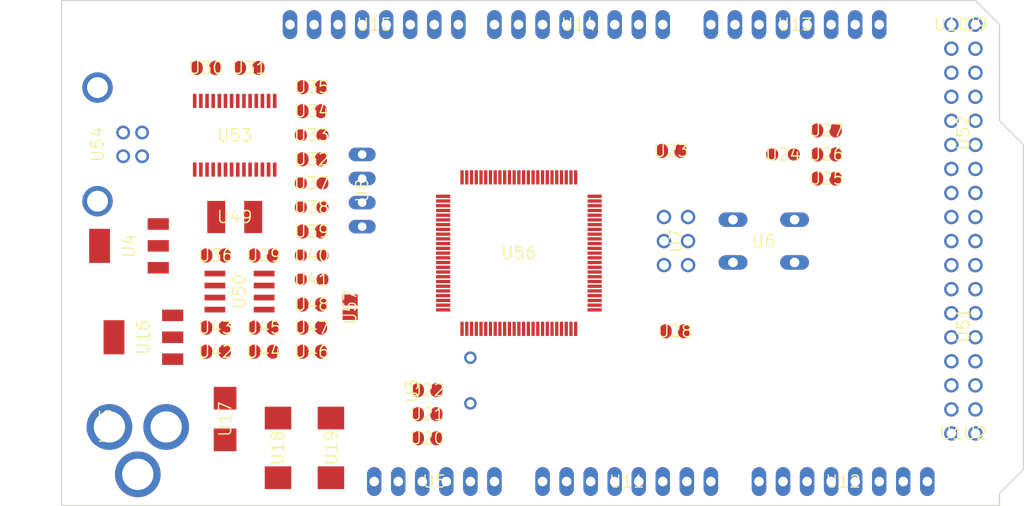
<source format=kicad_pcb>
(kicad_pcb (version 20221018) (generator pcbnew)
  (layers (0 "F.Cu" signal "Top") (31 "B.Cu" signal "Bottom") (34 "B.Paste" user) (35 "F.Paste" user) (36 "B.SilkS" user "B.Silkscreen") (37 "F.SilkS" user "F.Silkscreen") (38 "B.Mask" user) (39 "F.Mask" user) (44 "Edge.Cuts" user))
  (net 0 "")
  (net 1 "+5V")
  (net 2 "GND")
  (net 3 "N$6")
  (net 4 "N$7")
  (net 5 "AREF")
  (net 6 "RESET")
  (net 7 "VIN")
  (net 8 "N$3")
  (net 9 "PWRIN")
  (net 10 "M8RXD")
  (net 11 "M8TXD")
  (net 12 "ADC0")
  (net 13 "ADC2")
  (net 14 "ADC1")
  (net 15 "ADC3")
  (net 16 "ADC4")
  (net 17 "ADC5")
  (net 18 "ADC6")
  (net 19 "ADC7")
  (net 20 "+3V3")
  (net 21 "SDA")
  (net 22 "SCL")
  (net 23 "ADC9")
  (net 24 "ADC8")
  (net 25 "ADC10")
  (net 26 "ADC11")
  (net 27 "ADC12")
  (net 28 "ADC13")
  (net 29 "ADC14")
  (net 30 "ADC15")
  (net 31 "PB3")
  (net 32 "PB2")
  (net 33 "PB1")
  (net 34 "PB5")
  (net 35 "PB4")
  (net 36 "PE5")
  (net 37 "PE4")
  (net 38 "PE3")
  (net 39 "PE1")
  (net 40 "PE0")
  (net 41 "N$15")
  (net 42 "N$53")
  (net 43 "N$54")
  (net 44 "N$55")
  (net 45 "D-")
  (net 46 "D+")
  (net 47 "N$60")
  (net 48 "DTR")
  (net 49 "USBVCC")
  (net 50 "N$2")
  (net 51 "N$4")
  (net 52 "GATE_CMD")
  (net 53 "CMP")
  (net 54 "PB6")
  (net 55 "PH3")
  (net 56 "PH4")
  (net 57 "PH5")
  (net 58 "PH6")
  (net 59 "PG5")
  (net 60 "RXD1")
  (net 61 "TXD1")
  (net 62 "RXD2")
  (net 63 "RXD3")
  (net 64 "TXD2")
  (net 65 "TXD3")
  (net 66 "PC0")
  (net 67 "PC1")
  (net 68 "PC2")
  (net 69 "PC3")
  (net 70 "PC4")
  (net 71 "PC5")
  (net 72 "PC6")
  (net 73 "PC7")
  (net 74 "PB0")
  (net 75 "PG0")
  (net 76 "PG1")
  (net 77 "PG2")
  (net 78 "PD7")
  (net 79 "PA0")
  (net 80 "PA1")
  (net 81 "PA2")
  (net 82 "PA3")
  (net 83 "PA4")
  (net 84 "PA5")
  (net 85 "PA6")
  (net 86 "PA7")
  (net 87 "PL0")
  (net 88 "PL1")
  (net 89 "PL2")
  (net 90 "PL3")
  (net 91 "PL4")
  (net 92 "PL5")
  (net 93 "PL6")
  (net 94 "PL7")
  (net 95 "PB7")
  (net 96 "CTS")
  (net 97 "DSR")
  (net 98 "DCD")
  (net 99 "RI")
  (footprint "Arduino_MEGA_Reference_Design:2X03" (layer "F.Cu") (at 162.5981 103.7336 -90)
    (fp_text reference "U7")
    (fp_text value "")
  )
  (footprint "Arduino_MEGA_Reference_Design:1X08" (layer "F.Cu") (at 152.3111 80.8736 180)
    (fp_text reference "U14")
    (fp_text value "")
  )
  (footprint "Arduino_MEGA_Reference_Design:1X08" (layer "F.Cu") (at 130.7211 80.8736 180)
    (fp_text reference "U15")
    (fp_text value "")
  )
  (footprint "Arduino_MEGA_Reference_Design:SMC_D" (layer "F.Cu") (at 120.5611 125.5776 -90)
    (fp_text reference "U18")
    (fp_text value "")
  )
  (footprint "Arduino_MEGA_Reference_Design:SMC_D" (layer "F.Cu") (at 126.1491 125.5776 -90)
    (fp_text reference "U19")
    (fp_text value "")
  )
  (footprint "Arduino_MEGA_Reference_Design:B3F-10XX" (layer "F.Cu") (at 171.8691 103.7336 180)
    (fp_text reference "U6")
    (fp_text value "")
  )
  (footprint "Arduino_MEGA_Reference_Design:0805RND" (layer "F.Cu") (at 173.9011 94.5896 180)
    (fp_text reference "U24")
    (fp_text value "")
  )
  (footprint "Arduino_MEGA_Reference_Design:SMB" (layer "F.Cu") (at 114.9731 122.5296 -90)
    (fp_text reference "U17")
    (fp_text value "")
  )
  (footprint "Arduino_MEGA_Reference_Design:DC-21MM" (layer "F.Cu") (at 103.0351 123.2916 90)
    (fp_text reference "U55")
    (fp_text value "")
  )
  (footprint "Arduino_MEGA_Reference_Design:HC49_S" (layer "F.Cu") (at 140.8811 118.4656 90)
    (fp_text reference "U3")
    (fp_text value "")
  )
  (footprint "Arduino_MEGA_Reference_Design:SOT223" (layer "F.Cu") (at 106.3371 113.8936 90)
    (fp_text reference "U16")
    (fp_text value "")
  )
  (footprint "Arduino_MEGA_Reference_Design:1X06" (layer "F.Cu") (at 137.0711 129.1336)
    (fp_text reference "U5")
    (fp_text value "")
  )
  (footprint "Arduino_MEGA_Reference_Design:C0805RND" (layer "F.Cu") (at 124.1171 87.4776)
    (fp_text reference "U35")
    (fp_text value "")
  )
  (footprint "Arduino_MEGA_Reference_Design:C0805RND" (layer "F.Cu") (at 162.4711 113.2586)
    (fp_text reference "U28")
    (fp_text value "")
  )
  (footprint "Arduino_MEGA_Reference_Design:C0805RND" (layer "F.Cu") (at 136.3091 122.0216)
    (fp_text reference "U21")
    (fp_text value "")
  )
  (footprint "Arduino_MEGA_Reference_Design:C0805RND" (layer "F.Cu") (at 136.3091 119.4816)
    (fp_text reference "U22")
    (fp_text value "")
  )
  (footprint "Arduino_MEGA_Reference_Design:C0805RND" (layer "F.Cu") (at 113.9571 112.8776)
    (fp_text reference "U43")
    (fp_text value "")
  )
  (footprint "Arduino_MEGA_Reference_Design:RCL_0805RND" (layer "F.Cu") (at 124.1171 105.2576)
    (fp_text reference "U40")
    (fp_text value "")
  )
  (footprint "Arduino_MEGA_Reference_Design:RCL_0805RND" (layer "F.Cu") (at 124.1171 107.7976)
    (fp_text reference "U41")
    (fp_text value "")
  )
  (footprint "Arduino_MEGA_Reference_Design:1X08" (layer "F.Cu") (at 157.3911 129.1336)
    (fp_text reference "U11")
    (fp_text value "")
  )
  (footprint "Arduino_MEGA_Reference_Design:1X08" (layer "F.Cu") (at 175.1711 80.8736 180)
    (fp_text reference "U13")
    (fp_text value "")
  )
  (footprint "Arduino_MEGA_Reference_Design:R0805RND" (layer "F.Cu") (at 178.4731 94.5896 180)
    (fp_text reference "U26")
    (fp_text value "")
  )
  (footprint "Arduino_MEGA_Reference_Design:R0805RND" (layer "F.Cu") (at 178.4731 92.0496 180)
    (fp_text reference "U27")
    (fp_text value "")
  )
  (footprint "Arduino_MEGA_Reference_Design:TQFP100" (layer "F.Cu") (at 146.0012664794922 105.00352478027344 0)
    (fp_text reference "U56")
    (fp_text value "")
  )
  (footprint "Arduino_MEGA_Reference_Design:C0805RND" (layer "F.Cu") (at 162.0901 94.2086 180)
    (fp_text reference "U23")
    (fp_text value "")
  )
  (footprint "Arduino_MEGA_Reference_Design:C0805RND" (layer "F.Cu") (at 136.3091 124.5616)
    (fp_text reference "U20")
    (fp_text value "")
  )
  (footprint "Arduino_MEGA_Reference_Design:1X08" (layer "F.Cu") (at 180.2511 129.1336)
    (fp_text reference "U12")
    (fp_text value "")
  )
  (footprint "Arduino_MEGA_Reference_Design:R0805RND" (layer "F.Cu") (at 124.1171 112.8776)
    (fp_text reference "U47")
    (fp_text value "")
  )
  (footprint "Arduino_MEGA_Reference_Design:C0805RND" (layer "F.Cu") (at 124.1171 115.4176)
    (fp_text reference "U46")
    (fp_text value "")
  )
  (footprint "Arduino_MEGA_Reference_Design:C0805RND" (layer "F.Cu") (at 113.9571 105.2576)
    (fp_text reference "U36")
    (fp_text value "")
  )
  (footprint "Arduino_MEGA_Reference_Design:C0805RND" (layer "F.Cu") (at 112.9411 85.4456)
    (fp_text reference "U30")
    (fp_text value "")
  )
  (footprint "Arduino_MEGA_Reference_Design:0805RND" (layer "F.Cu") (at 124.1171 100.1776 180)
    (fp_text reference "U38")
    (fp_text value "")
  )
  (footprint "Arduino_MEGA_Reference_Design:0805RND" (layer "F.Cu") (at 124.1171 97.6376 180)
    (fp_text reference "U37")
    (fp_text value "")
  )
  (footprint "Arduino_MEGA_Reference_Design:R0805RND" (layer "F.Cu") (at 124.1171 95.0976)
    (fp_text reference "U32")
    (fp_text value "")
  )
  (footprint "Arduino_MEGA_Reference_Design:R0805RND" (layer "F.Cu") (at 124.1171 102.7176)
    (fp_text reference "U39")
    (fp_text value "")
  )
  (footprint "Arduino_MEGA_Reference_Design:SSOP28" (layer "F.Cu") (at 115.9891 92.5576)
    (fp_text reference "U53")
    (fp_text value "")
  )
  (footprint "Arduino_MEGA_Reference_Design:PN61729" (layer "F.Cu") (at 98.9584 93.5228 -90)
    (fp_text reference "U54")
    (fp_text value "")
  )
  (footprint "Arduino_MEGA_Reference_Design:L1812" (layer "F.Cu") (at 115.9891 101.1936)
    (fp_text reference "U49")
    (fp_text value "")
  )
  (footprint "Arduino_MEGA_Reference_Design:C0805RND" (layer "F.Cu") (at 117.5131 85.4456)
    (fp_text reference "U31")
    (fp_text value "")
  )
  (footprint "Arduino_MEGA_Reference_Design:0805RND" (layer "F.Cu") (at 124.1171 92.5576 180)
    (fp_text reference "U33")
    (fp_text value "")
  )
  (footprint "Arduino_MEGA_Reference_Design:R0805RND" (layer "F.Cu") (at 124.1171 90.0176 180)
    (fp_text reference "U34")
    (fp_text value "")
  )
  (footprint "Arduino_MEGA_Reference_Design:C0805RND" (layer "F.Cu") (at 124.1171 110.4392 180)
    (fp_text reference "U48")
    (fp_text value "")
  )
  (footprint "Arduino_MEGA_Reference_Design:SOT223" (layer "F.Cu") (at 104.8131 104.2416 90)
    (fp_text reference "U4")
    (fp_text value "")
  )
  (footprint "Arduino_MEGA_Reference_Design:SO08" (layer "F.Cu") (at 116.4971 109.0676 -90)
    (fp_text reference "U50")
    (fp_text value "")
  )
  (footprint "Arduino_MEGA_Reference_Design:R0805RND" (layer "F.Cu") (at 113.9571 115.4176 180)
    (fp_text reference "U42")
    (fp_text value "")
  )
  (footprint "Arduino_MEGA_Reference_Design:R0805RND" (layer "F.Cu") (at 119.0371 112.8776 180)
    (fp_text reference "U45")
    (fp_text value "")
  )
  (footprint "Arduino_MEGA_Reference_Design:C0805RND" (layer "F.Cu") (at 119.0371 115.4176 180)
    (fp_text reference "U44")
    (fp_text value "")
  )
  (footprint "Arduino_MEGA_Reference_Design:C0805RND" (layer "F.Cu") (at 119.0371 105.2576)
    (fp_text reference "U29")
    (fp_text value "")
  )
  (footprint "Arduino_MEGA_Reference_Design:2X08" (layer "F.Cu") (at 192.9511 92.3036 90)
    (fp_text reference "U52")
    (fp_text value "")
  )
  (footprint "Arduino_MEGA_Reference_Design:2X08" (layer "F.Cu") (at 192.9511 112.6236 90)
    (fp_text reference "U51")
    (fp_text value "")
  )
  (footprint "Arduino_MEGA_Reference_Design:R0805RND" (layer "F.Cu") (at 178.4731 97.1296 180)
    (fp_text reference "U25")
    (fp_text value "")
  )
  (footprint "Arduino_MEGA_Reference_Design:1X01" (layer "F.Cu") (at 191.6811 80.8736)
    (fp_text reference "U10")
    (fp_text value "")
  )
  (footprint "Arduino_MEGA_Reference_Design:1X01" (layer "F.Cu") (at 194.2211 80.8736)
    (fp_text reference "U9")
    (fp_text value "")
  )
  (footprint "Arduino_MEGA_Reference_Design:1X01" (layer "F.Cu") (at 191.6811 124.0536)
    (fp_text reference "U1")
    (fp_text value "")
  )
  (footprint "Arduino_MEGA_Reference_Design:1X01" (layer "F.Cu") (at 194.2211 124.0536)
    (fp_text reference "U2")
    (fp_text value "")
  )
  (footprint "Arduino_MEGA_Reference_Design:SJ" (layer "F.Cu") (at 128.1811 110.7186 -90)
    (fp_text reference "U57")
    (fp_text value "")
  )
  (footprint "Arduino_MEGA_Reference_Design:JP4" (layer "F.Cu") (at 129.4511 98.3996 -90)
    (fp_text reference "U8")
    (fp_text value "")
  )
  (gr_line (start 196.7611 80.8736) (end 196.7611 91.0336) (layer "Edge.Cuts") (width 0.12))
  (gr_line (start 196.7611 130.4036) (end 196.7611 131.6736) (layer "Edge.Cuts") (width 0.12))
  (gr_line (start 194.2211 78.3336) (end 196.7611 80.8736) (layer "Edge.Cuts") (width 0.12))
  (gr_line (start 97.7011 78.3336) (end 194.2211 78.3336) (layer "Edge.Cuts") (width 0.12))
  (gr_line (start 196.7611 91.0336) (end 199.3011 93.5736) (layer "Edge.Cuts") (width 0.12))
  (gr_line (start 97.7011 131.6736) (end 97.7011 78.3336) (layer "Edge.Cuts") (width 0.12))
  (gr_line (start 196.7611 131.6736) (end 97.7011 131.6736) (layer "Edge.Cuts") (width 0.12))
  (gr_line (start 199.3011 93.5736) (end 199.3011 127.8636) (layer "Edge.Cuts") (width 0.12))
  (gr_line (start 199.3011 127.8636) (end 196.7611 130.4036) (layer "Edge.Cuts") (width 0.12))
)
</source>
